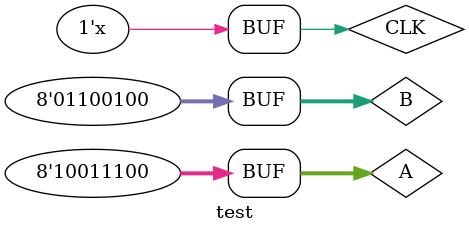
<source format=v>
`timescale 1ns/1ps
module test();
reg CLK;
reg [7:0] A, B;
reg [15:0] out1;
reg [7:0] out2;
initial begin
    A <= -8'd100;
    B <= 8'd100;
    CLK <= 1'b1;
end
always @(posedge CLK)begin
    out1 <= $signed(A) * $signed(B);
    out2 <= ($signed(A) * $signed(B));
end
always begin
    #5 CLK <= !CLK;
end
endmodule
</source>
